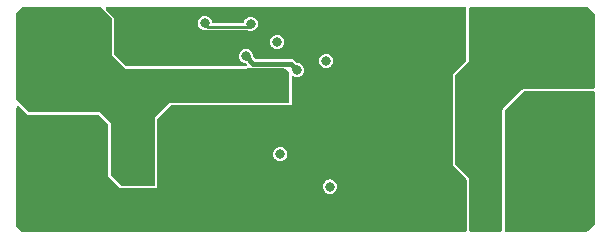
<source format=gbl>
G04 #@! TF.GenerationSoftware,KiCad,Pcbnew,8.0.5*
G04 #@! TF.CreationDate,2024-10-13T03:13:11+02:00*
G04 #@! TF.ProjectId,DCDC_converter,44434443-5f63-46f6-9e76-65727465722e,rev?*
G04 #@! TF.SameCoordinates,Original*
G04 #@! TF.FileFunction,Copper,L4,Bot*
G04 #@! TF.FilePolarity,Positive*
%FSLAX46Y46*%
G04 Gerber Fmt 4.6, Leading zero omitted, Abs format (unit mm)*
G04 Created by KiCad (PCBNEW 8.0.5) date 2024-10-13 03:13:11*
%MOMM*%
%LPD*%
G01*
G04 APERTURE LIST*
G04 #@! TA.AperFunction,ComponentPad*
%ADD10R,1.700000X1.700000*%
G04 #@! TD*
G04 #@! TA.AperFunction,ComponentPad*
%ADD11O,1.700000X1.700000*%
G04 #@! TD*
G04 #@! TA.AperFunction,ComponentPad*
%ADD12R,1.600000X1.600000*%
G04 #@! TD*
G04 #@! TA.AperFunction,ComponentPad*
%ADD13C,1.600000*%
G04 #@! TD*
G04 #@! TA.AperFunction,ViaPad*
%ADD14C,0.600000*%
G04 #@! TD*
G04 #@! TA.AperFunction,ViaPad*
%ADD15C,0.450000*%
G04 #@! TD*
G04 #@! TA.AperFunction,ViaPad*
%ADD16C,0.800000*%
G04 #@! TD*
G04 #@! TA.AperFunction,Conductor*
%ADD17C,0.400000*%
G04 #@! TD*
G04 #@! TA.AperFunction,Conductor*
%ADD18C,0.250000*%
G04 #@! TD*
G04 #@! TA.AperFunction,Conductor*
%ADD19C,0.300000*%
G04 #@! TD*
G04 APERTURE END LIST*
D10*
X94037500Y-64830000D03*
D11*
X96577500Y-64830000D03*
D10*
X94037500Y-54670000D03*
D11*
X96577500Y-54670000D03*
D12*
X61317500Y-64440000D03*
D13*
X63817500Y-64440000D03*
D10*
X55937500Y-67370000D03*
D11*
X53397500Y-67370000D03*
D10*
X55937500Y-52130000D03*
D11*
X53397500Y-52130000D03*
D14*
X67750000Y-64250000D03*
X51550000Y-61150000D03*
X65100000Y-53000000D03*
X70125000Y-60725000D03*
X75700000Y-51250000D03*
X56350000Y-62450000D03*
X62250000Y-68500000D03*
X56800000Y-64900000D03*
X68950000Y-61400000D03*
X71675000Y-60150000D03*
X64650000Y-68500000D03*
X69550000Y-62600000D03*
X92975000Y-59350000D03*
X67750000Y-66650000D03*
X60300000Y-53000000D03*
X84550000Y-68500000D03*
X63900000Y-51800000D03*
X53950000Y-63700000D03*
X57550000Y-61150000D03*
X75825000Y-60025000D03*
X96550000Y-59350000D03*
X81300000Y-66500000D03*
X94425000Y-61750000D03*
X81775000Y-51250000D03*
X85750000Y-68500000D03*
X57550000Y-63700000D03*
X71675000Y-59250000D03*
X66300000Y-66650000D03*
X94425000Y-59350000D03*
X83125000Y-52650000D03*
X52000000Y-64900000D03*
X55150000Y-61150000D03*
X79650000Y-54800000D03*
X98000000Y-59350000D03*
X98000000Y-61750000D03*
X62700000Y-53000000D03*
X71750000Y-68500000D03*
X93250000Y-68025000D03*
X81775000Y-54050000D03*
X61500000Y-51800000D03*
X65850000Y-68500000D03*
X85750000Y-66500000D03*
X52775000Y-62450000D03*
X76937500Y-60800000D03*
X61500000Y-54200000D03*
X63900000Y-54200000D03*
X67750000Y-61400000D03*
X80325000Y-52650000D03*
X84550000Y-66500000D03*
X66550000Y-61400000D03*
X97400000Y-68025000D03*
X67150000Y-62600000D03*
X76187500Y-61950000D03*
X85900000Y-54050000D03*
X51550000Y-63700000D03*
X66300000Y-64250000D03*
X85900000Y-51250000D03*
X68350000Y-62600000D03*
X74150000Y-68500000D03*
X67750000Y-65450000D03*
X53950000Y-61150000D03*
X80100000Y-66500000D03*
X66300000Y-65450000D03*
X81300000Y-68500000D03*
X96550000Y-61750000D03*
X78100000Y-51250000D03*
X55150000Y-63700000D03*
X61050000Y-68500000D03*
X70550000Y-68500000D03*
X80100000Y-68500000D03*
X92975000Y-61750000D03*
X75350000Y-68500000D03*
X59800000Y-63650000D03*
X60400000Y-56850000D03*
X61000000Y-61250000D03*
D15*
X72225000Y-58125000D03*
D14*
X71650000Y-57850000D03*
X52200000Y-55625000D03*
X69700000Y-58300000D03*
X65900000Y-56150000D03*
X69500000Y-56150000D03*
X68900000Y-56900000D03*
X67800000Y-58300000D03*
X70100000Y-56900000D03*
X60400000Y-58550000D03*
X67100000Y-56150000D03*
X53400000Y-58250000D03*
X58200000Y-55625000D03*
X57000000Y-55625000D03*
X57000000Y-58250000D03*
X71350000Y-56900000D03*
X67700000Y-56900000D03*
X65300000Y-56900000D03*
D15*
X73325000Y-58125000D03*
D14*
X52200000Y-58250000D03*
X68300000Y-56150000D03*
X70800000Y-56150000D03*
X59800000Y-62450000D03*
X58200000Y-58250000D03*
X53400000Y-55625000D03*
X64700000Y-56150000D03*
X65850000Y-58300000D03*
X54600000Y-57050000D03*
X62000000Y-57650000D03*
X66500000Y-56900000D03*
D15*
X72775000Y-58125000D03*
D14*
X59800000Y-60050000D03*
X59800000Y-64850000D03*
X61000000Y-62450000D03*
X55800000Y-57050000D03*
D16*
X69950000Y-54650000D03*
X74287500Y-55837500D03*
X72850000Y-62950000D03*
X72587500Y-53450000D03*
X76737500Y-55050000D03*
D14*
X98700000Y-56650000D03*
X97650000Y-52450000D03*
X91450000Y-53900000D03*
X92075000Y-57250000D03*
D16*
X77037500Y-65700000D03*
D14*
X89550000Y-64925000D03*
X97650000Y-51250000D03*
X92575000Y-51850000D03*
X90925000Y-64925000D03*
D16*
X90650000Y-67500000D03*
X70337500Y-51912500D03*
X66450000Y-51850000D03*
D17*
X70580000Y-55280000D02*
X69950000Y-54650000D01*
X73730000Y-55280000D02*
X70580000Y-55280000D01*
X74287500Y-55837500D02*
X73730000Y-55280000D01*
D18*
X70100000Y-52150000D02*
X66750000Y-52150000D01*
X66750000Y-52150000D02*
X66600000Y-52000000D01*
X70337500Y-51912500D02*
X70100000Y-52150000D01*
D19*
X66600000Y-52000000D02*
X66450000Y-51850000D01*
G04 #@! TA.AperFunction,Conductor*
G36*
X99442539Y-57619685D02*
G01*
X99488294Y-57672489D01*
X99499500Y-57724000D01*
X99499500Y-68799138D01*
X99479815Y-68866177D01*
X99463181Y-68886819D01*
X98886819Y-69463181D01*
X98825496Y-69496666D01*
X98799138Y-69499500D01*
X91974000Y-69499500D01*
X91906961Y-69479815D01*
X91861206Y-69427011D01*
X91850000Y-69375500D01*
X91850000Y-59301362D01*
X91869685Y-59234323D01*
X91886319Y-59213681D01*
X93463681Y-57636319D01*
X93525004Y-57602834D01*
X93551362Y-57600000D01*
X99375500Y-57600000D01*
X99442539Y-57619685D01*
G37*
G04 #@! TD.AperFunction*
G04 #@! TA.AperFunction,Conductor*
G36*
X98866177Y-50520185D02*
G01*
X98886819Y-50536819D01*
X99463181Y-51113181D01*
X99496666Y-51174504D01*
X99499500Y-51200862D01*
X99499500Y-57270500D01*
X99479815Y-57337539D01*
X99427011Y-57383294D01*
X99375500Y-57394500D01*
X93551361Y-57394500D01*
X93529381Y-57395678D01*
X93503034Y-57398511D01*
X93503032Y-57398512D01*
X93426521Y-57422470D01*
X93426516Y-57422471D01*
X93365188Y-57455960D01*
X93318384Y-57490998D01*
X93318363Y-57491016D01*
X91741013Y-59068365D01*
X91741012Y-59068366D01*
X91726325Y-59084716D01*
X91726313Y-59084730D01*
X91709672Y-59105379D01*
X91672509Y-59176424D01*
X91652826Y-59243456D01*
X91644500Y-59301365D01*
X91644500Y-69375500D01*
X91624815Y-69442539D01*
X91572011Y-69488294D01*
X91520500Y-69499500D01*
X88979500Y-69499500D01*
X88912461Y-69479815D01*
X88866706Y-69427011D01*
X88855500Y-69375500D01*
X88855500Y-65151361D01*
X88854321Y-65129381D01*
X88851488Y-65103035D01*
X88843165Y-65076453D01*
X88840068Y-65056201D01*
X88837500Y-65050001D01*
X88837500Y-65050000D01*
X88837499Y-65049999D01*
X88828679Y-65028706D01*
X88828083Y-65027822D01*
X88827531Y-65026522D01*
X88827529Y-65026518D01*
X88794044Y-64965195D01*
X88758991Y-64918371D01*
X87691819Y-63851199D01*
X87658334Y-63789876D01*
X87655500Y-63763518D01*
X87655500Y-56286482D01*
X87675185Y-56219443D01*
X87691819Y-56198801D01*
X88185121Y-55705500D01*
X88708991Y-55181630D01*
X88723693Y-55165262D01*
X88725552Y-55162954D01*
X88734412Y-55153087D01*
X88837500Y-55050000D01*
X88848347Y-50624195D01*
X88868196Y-50557205D01*
X88921112Y-50511580D01*
X88972347Y-50500500D01*
X98799138Y-50500500D01*
X98866177Y-50520185D01*
G37*
G04 #@! TD.AperFunction*
G04 #@! TA.AperFunction,Conductor*
G36*
X88543039Y-50520185D02*
G01*
X88588794Y-50572989D01*
X88600000Y-50624500D01*
X88600000Y-54948638D01*
X88580315Y-55015677D01*
X88563681Y-55036319D01*
X87450000Y-56149999D01*
X87450000Y-63900000D01*
X88613681Y-65063681D01*
X88647166Y-65125004D01*
X88650000Y-65151362D01*
X88650000Y-69375500D01*
X88630315Y-69442539D01*
X88577511Y-69488294D01*
X88526000Y-69499500D01*
X51000862Y-69499500D01*
X50933823Y-69479815D01*
X50913181Y-69463181D01*
X50536819Y-69086819D01*
X50503334Y-69025496D01*
X50500500Y-68999138D01*
X50500500Y-58999862D01*
X50520185Y-58932823D01*
X50572989Y-58887068D01*
X50642147Y-58877124D01*
X50705703Y-58906149D01*
X50712181Y-58912181D01*
X51400000Y-59600000D01*
X57448638Y-59600000D01*
X57515677Y-59619685D01*
X57536319Y-59636319D01*
X58263681Y-60363681D01*
X58297166Y-60425004D01*
X58300000Y-60451362D01*
X58300000Y-64900000D01*
X59250000Y-65850000D01*
X62450000Y-65850000D01*
X62450000Y-65699998D01*
X76431818Y-65699998D01*
X76431818Y-65700001D01*
X76452455Y-65856760D01*
X76452456Y-65856762D01*
X76512964Y-66002841D01*
X76609218Y-66128282D01*
X76734659Y-66224536D01*
X76880738Y-66285044D01*
X76959119Y-66295363D01*
X77037499Y-66305682D01*
X77037500Y-66305682D01*
X77037501Y-66305682D01*
X77089754Y-66298802D01*
X77194262Y-66285044D01*
X77340341Y-66224536D01*
X77465782Y-66128282D01*
X77562036Y-66002841D01*
X77622544Y-65856762D01*
X77643182Y-65700000D01*
X77622544Y-65543238D01*
X77562036Y-65397159D01*
X77465782Y-65271718D01*
X77340341Y-65175464D01*
X77194262Y-65114956D01*
X77194260Y-65114955D01*
X77037501Y-65094318D01*
X77037499Y-65094318D01*
X76880739Y-65114955D01*
X76880737Y-65114956D01*
X76734660Y-65175463D01*
X76609218Y-65271718D01*
X76512963Y-65397160D01*
X76452456Y-65543237D01*
X76452455Y-65543239D01*
X76431818Y-65699998D01*
X62450000Y-65699998D01*
X62450000Y-62949998D01*
X72244318Y-62949998D01*
X72244318Y-62950001D01*
X72264955Y-63106760D01*
X72264956Y-63106762D01*
X72325464Y-63252841D01*
X72421718Y-63378282D01*
X72547159Y-63474536D01*
X72693238Y-63535044D01*
X72771619Y-63545363D01*
X72849999Y-63555682D01*
X72850000Y-63555682D01*
X72850001Y-63555682D01*
X72902254Y-63548802D01*
X73006762Y-63535044D01*
X73152841Y-63474536D01*
X73278282Y-63378282D01*
X73374536Y-63252841D01*
X73435044Y-63106762D01*
X73455682Y-62950000D01*
X73435044Y-62793238D01*
X73374536Y-62647159D01*
X73278282Y-62521718D01*
X73152841Y-62425464D01*
X73006762Y-62364956D01*
X73006760Y-62364955D01*
X72850001Y-62344318D01*
X72849999Y-62344318D01*
X72693239Y-62364955D01*
X72693237Y-62364956D01*
X72547160Y-62425463D01*
X72421718Y-62521718D01*
X72325463Y-62647160D01*
X72264956Y-62793237D01*
X72264955Y-62793239D01*
X72244318Y-62949998D01*
X62450000Y-62949998D01*
X62450000Y-59951362D01*
X62469685Y-59884323D01*
X62486319Y-59863681D01*
X63513681Y-58836319D01*
X63575004Y-58802834D01*
X63601362Y-58800000D01*
X65765693Y-58800000D01*
X65772684Y-58800500D01*
X65778039Y-58800500D01*
X65927316Y-58800500D01*
X65934307Y-58800000D01*
X67715693Y-58800000D01*
X67722684Y-58800500D01*
X67728039Y-58800500D01*
X67877316Y-58800500D01*
X67884307Y-58800000D01*
X69615693Y-58800000D01*
X69622684Y-58800500D01*
X69628039Y-58800500D01*
X69777316Y-58800500D01*
X69784307Y-58800000D01*
X73800000Y-58800000D01*
X73800000Y-56470197D01*
X73819685Y-56403158D01*
X73872489Y-56357403D01*
X73941647Y-56347459D01*
X73976853Y-56359644D01*
X73977151Y-56358926D01*
X73984658Y-56362035D01*
X73984659Y-56362036D01*
X74130738Y-56422544D01*
X74200916Y-56431783D01*
X74287499Y-56443182D01*
X74287500Y-56443182D01*
X74287501Y-56443182D01*
X74374084Y-56431783D01*
X74444262Y-56422544D01*
X74590341Y-56362036D01*
X74715782Y-56265782D01*
X74812036Y-56140341D01*
X74872544Y-55994262D01*
X74893182Y-55837500D01*
X74872544Y-55680738D01*
X74812036Y-55534659D01*
X74715782Y-55409218D01*
X74590341Y-55312964D01*
X74444262Y-55252456D01*
X74371350Y-55242857D01*
X74283985Y-55231355D01*
X74220089Y-55203088D01*
X74212490Y-55196097D01*
X74066391Y-55049998D01*
X76131818Y-55049998D01*
X76131818Y-55050001D01*
X76152455Y-55206760D01*
X76152456Y-55206762D01*
X76164727Y-55236388D01*
X76212964Y-55352841D01*
X76309218Y-55478282D01*
X76434659Y-55574536D01*
X76580738Y-55635044D01*
X76659119Y-55645363D01*
X76737499Y-55655682D01*
X76737500Y-55655682D01*
X76737501Y-55655682D01*
X76789754Y-55648802D01*
X76894262Y-55635044D01*
X77040341Y-55574536D01*
X77165782Y-55478282D01*
X77262036Y-55352841D01*
X77322544Y-55206762D01*
X77343182Y-55050000D01*
X77322544Y-54893238D01*
X77262036Y-54747159D01*
X77165782Y-54621718D01*
X77040341Y-54525464D01*
X76894262Y-54464956D01*
X76894260Y-54464955D01*
X76737501Y-54444318D01*
X76737499Y-54444318D01*
X76580739Y-54464955D01*
X76580737Y-54464956D01*
X76434660Y-54525463D01*
X76309218Y-54621718D01*
X76212963Y-54747160D01*
X76152456Y-54893237D01*
X76152455Y-54893239D01*
X76131818Y-55049998D01*
X74066391Y-55049998D01*
X73975915Y-54959522D01*
X73975913Y-54959520D01*
X73930250Y-54933156D01*
X73884589Y-54906793D01*
X73833657Y-54893146D01*
X73782727Y-54879500D01*
X73782726Y-54879500D01*
X70797254Y-54879500D01*
X70730215Y-54859815D01*
X70709578Y-54843185D01*
X70591400Y-54725007D01*
X70557917Y-54663686D01*
X70556144Y-54653513D01*
X70555681Y-54649998D01*
X70535044Y-54493238D01*
X70474536Y-54347159D01*
X70378282Y-54221718D01*
X70252841Y-54125464D01*
X70106762Y-54064956D01*
X70106760Y-54064955D01*
X69950001Y-54044318D01*
X69949999Y-54044318D01*
X69793239Y-54064955D01*
X69793237Y-54064956D01*
X69647160Y-54125463D01*
X69521718Y-54221718D01*
X69425463Y-54347160D01*
X69364956Y-54493237D01*
X69364955Y-54493239D01*
X69344318Y-54649998D01*
X69344318Y-54650001D01*
X69364955Y-54806760D01*
X69364956Y-54806762D01*
X69400775Y-54893238D01*
X69425464Y-54952841D01*
X69521718Y-55078282D01*
X69647159Y-55174536D01*
X69793238Y-55235044D01*
X69852584Y-55242857D01*
X69930091Y-55253061D01*
X69993988Y-55281327D01*
X70032459Y-55339652D01*
X70033290Y-55409517D01*
X69996218Y-55468740D01*
X69933012Y-55498519D01*
X69913906Y-55500000D01*
X59851362Y-55500000D01*
X59784323Y-55480315D01*
X59763681Y-55463681D01*
X58836319Y-54536319D01*
X58802834Y-54474996D01*
X58800000Y-54448638D01*
X58800000Y-53449998D01*
X71981818Y-53449998D01*
X71981818Y-53450001D01*
X72002455Y-53606760D01*
X72002456Y-53606762D01*
X72062964Y-53752841D01*
X72159218Y-53878282D01*
X72284659Y-53974536D01*
X72430738Y-54035044D01*
X72501181Y-54044318D01*
X72587499Y-54055682D01*
X72587500Y-54055682D01*
X72587501Y-54055682D01*
X72639754Y-54048802D01*
X72744262Y-54035044D01*
X72890341Y-53974536D01*
X73015782Y-53878282D01*
X73112036Y-53752841D01*
X73172544Y-53606762D01*
X73193182Y-53450000D01*
X73172544Y-53293238D01*
X73112036Y-53147159D01*
X73015782Y-53021718D01*
X72890341Y-52925464D01*
X72744262Y-52864956D01*
X72744260Y-52864955D01*
X72587501Y-52844318D01*
X72587499Y-52844318D01*
X72430739Y-52864955D01*
X72430737Y-52864956D01*
X72284660Y-52925463D01*
X72159218Y-53021718D01*
X72062963Y-53147160D01*
X72002456Y-53293237D01*
X72002455Y-53293239D01*
X71981818Y-53449998D01*
X58800000Y-53449998D01*
X58800000Y-51849998D01*
X65844318Y-51849998D01*
X65844318Y-51850001D01*
X65864955Y-52006760D01*
X65864956Y-52006762D01*
X65890843Y-52069260D01*
X65925464Y-52152841D01*
X66021718Y-52278282D01*
X66147159Y-52374536D01*
X66293238Y-52435044D01*
X66346295Y-52442029D01*
X66449999Y-52455682D01*
X66449999Y-52455681D01*
X66450000Y-52455682D01*
X66553698Y-52442029D01*
X66617337Y-52450408D01*
X66624357Y-52453315D01*
X66624361Y-52453318D01*
X66707147Y-52475500D01*
X66792853Y-52475500D01*
X70057147Y-52475500D01*
X70102854Y-52475500D01*
X70150306Y-52484939D01*
X70165201Y-52491108D01*
X70180738Y-52497544D01*
X70259119Y-52507863D01*
X70337499Y-52518182D01*
X70337500Y-52518182D01*
X70337501Y-52518182D01*
X70389754Y-52511302D01*
X70494262Y-52497544D01*
X70640341Y-52437036D01*
X70765782Y-52340782D01*
X70862036Y-52215341D01*
X70922544Y-52069262D01*
X70943182Y-51912500D01*
X70934953Y-51849998D01*
X70922544Y-51755739D01*
X70922544Y-51755738D01*
X70862036Y-51609659D01*
X70765782Y-51484218D01*
X70640341Y-51387964D01*
X70629781Y-51383590D01*
X70494262Y-51327456D01*
X70494260Y-51327455D01*
X70337501Y-51306818D01*
X70337499Y-51306818D01*
X70180739Y-51327455D01*
X70180737Y-51327456D01*
X70034660Y-51387963D01*
X69909218Y-51484218D01*
X69812963Y-51609660D01*
X69755681Y-51747953D01*
X69711840Y-51802356D01*
X69645546Y-51824421D01*
X69641120Y-51824500D01*
X67161070Y-51824500D01*
X67094031Y-51804815D01*
X67048276Y-51752011D01*
X67038131Y-51716686D01*
X67038112Y-51716543D01*
X67035044Y-51693238D01*
X66974536Y-51547159D01*
X66878282Y-51421718D01*
X66752841Y-51325464D01*
X66606762Y-51264956D01*
X66606760Y-51264955D01*
X66450001Y-51244318D01*
X66449999Y-51244318D01*
X66293239Y-51264955D01*
X66293237Y-51264956D01*
X66147160Y-51325463D01*
X66021718Y-51421718D01*
X65925463Y-51547160D01*
X65864956Y-51693237D01*
X65864955Y-51693239D01*
X65844318Y-51849998D01*
X58800000Y-51849998D01*
X58800000Y-51400000D01*
X58112181Y-50712181D01*
X58078696Y-50650858D01*
X58083680Y-50581166D01*
X58125552Y-50525233D01*
X58191016Y-50500816D01*
X58199862Y-50500500D01*
X88476000Y-50500500D01*
X88543039Y-50520185D01*
G37*
G04 #@! TD.AperFunction*
G04 #@! TA.AperFunction,Conductor*
G36*
X57658303Y-50520185D02*
G01*
X57678565Y-50536440D01*
X57891416Y-50747472D01*
X57912943Y-50776101D01*
X57931816Y-50810664D01*
X57931820Y-50810670D01*
X57966860Y-50857477D01*
X57966864Y-50857481D01*
X57966871Y-50857491D01*
X57966878Y-50857498D01*
X58558181Y-51448801D01*
X58591666Y-51510124D01*
X58594500Y-51536482D01*
X58594500Y-54448638D01*
X58595678Y-54470618D01*
X58598511Y-54496965D01*
X58598512Y-54496967D01*
X58622470Y-54573478D01*
X58622471Y-54573483D01*
X58636872Y-54599855D01*
X58655956Y-54634805D01*
X58655958Y-54634808D01*
X58655960Y-54634811D01*
X58690998Y-54681615D01*
X58691002Y-54681619D01*
X58691009Y-54681629D01*
X58691016Y-54681636D01*
X59618365Y-55608986D01*
X59618366Y-55608987D01*
X59634716Y-55623674D01*
X59634730Y-55623686D01*
X59634738Y-55623693D01*
X59643136Y-55630460D01*
X59655379Y-55640327D01*
X59726424Y-55677490D01*
X59793456Y-55697173D01*
X59793458Y-55697173D01*
X59793464Y-55697175D01*
X59851362Y-55705500D01*
X59851366Y-55705500D01*
X69913906Y-55705500D01*
X69929788Y-55704885D01*
X69948894Y-55703404D01*
X70020598Y-55684420D01*
X70083804Y-55654641D01*
X70085040Y-55653963D01*
X70085227Y-55653915D01*
X70085464Y-55653795D01*
X70085490Y-55653846D01*
X70085522Y-55653832D01*
X70085525Y-55653839D01*
X70145122Y-55638685D01*
X70368932Y-55639514D01*
X70416920Y-55652474D01*
X70417905Y-55650097D01*
X70425410Y-55653206D01*
X70425412Y-55653206D01*
X70425413Y-55653207D01*
X70527273Y-55680501D01*
X70527275Y-55680501D01*
X70640323Y-55680501D01*
X70640339Y-55680500D01*
X73179138Y-55680500D01*
X73246177Y-55700185D01*
X73266819Y-55716819D01*
X73563428Y-56013428D01*
X73596913Y-56074751D01*
X73599746Y-56101717D01*
X73598102Y-56436870D01*
X73596842Y-56453900D01*
X73594500Y-56470191D01*
X73594500Y-57171596D01*
X73594499Y-57172204D01*
X73591177Y-57850000D01*
X73588132Y-58471108D01*
X73568119Y-58538050D01*
X73515091Y-58583546D01*
X73464133Y-58594500D01*
X69784307Y-58594500D01*
X69773892Y-58594872D01*
X69772528Y-58594921D01*
X69768100Y-58595000D01*
X69631900Y-58595000D01*
X69627472Y-58594921D01*
X69626107Y-58594872D01*
X69615693Y-58594500D01*
X67884307Y-58594500D01*
X67873892Y-58594872D01*
X67872528Y-58594921D01*
X67868100Y-58595000D01*
X67731900Y-58595000D01*
X67727472Y-58594921D01*
X67726107Y-58594872D01*
X67715693Y-58594500D01*
X65934307Y-58594500D01*
X65923892Y-58594872D01*
X65922528Y-58594921D01*
X65918100Y-58595000D01*
X65781900Y-58595000D01*
X65777472Y-58594921D01*
X65776107Y-58594872D01*
X65765693Y-58594500D01*
X63601362Y-58594500D01*
X63601361Y-58594500D01*
X63579381Y-58595678D01*
X63546979Y-58599163D01*
X63546916Y-58598578D01*
X63533117Y-58600000D01*
X63437500Y-58600000D01*
X62913244Y-59146099D01*
X62911473Y-59147906D01*
X62341014Y-59718365D01*
X62341012Y-59718366D01*
X62326325Y-59734716D01*
X62326302Y-59734743D01*
X62309675Y-59755376D01*
X62309669Y-59755386D01*
X62295516Y-59782442D01*
X62275095Y-59810837D01*
X62237501Y-59849998D01*
X62237500Y-59850001D01*
X62237500Y-65520500D01*
X62217815Y-65587539D01*
X62165011Y-65633294D01*
X62113500Y-65644500D01*
X59433362Y-65644500D01*
X59366323Y-65624815D01*
X59345681Y-65608181D01*
X58573819Y-64836319D01*
X58540334Y-64774996D01*
X58537500Y-64748638D01*
X58537500Y-60290000D01*
X58537499Y-60289999D01*
X58092817Y-59849998D01*
X57587500Y-59350000D01*
X57587499Y-59350000D01*
X51551362Y-59350000D01*
X51484323Y-59330315D01*
X51463681Y-59313681D01*
X50536819Y-58386819D01*
X50503334Y-58325496D01*
X50500500Y-58299138D01*
X50500500Y-50996195D01*
X50520185Y-50929156D01*
X50536434Y-50908900D01*
X50904932Y-50537198D01*
X50966110Y-50503449D01*
X50992992Y-50500500D01*
X57591264Y-50500500D01*
X57658303Y-50520185D01*
G37*
G04 #@! TD.AperFunction*
M02*

</source>
